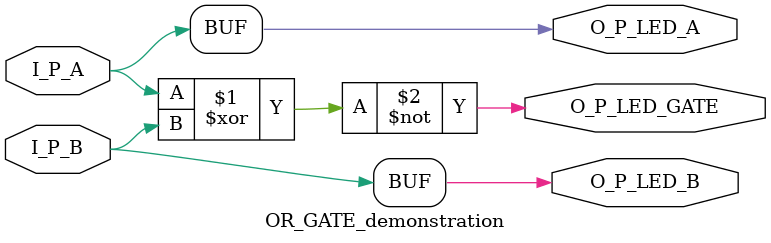
<source format=v>

`timescale 1ns / 1ps


module OR_GATE_demonstration(
    input I_P_A,
    input I_P_B,
    output O_P_LED_A,
    output O_P_LED_B,
    output O_P_LED_GATE
    );
    assign O_P_LED_A = I_P_A;
    assign O_P_LED_B = I_P_B;
    assign O_P_LED_GATE = ~(I_P_A ^ I_P_B);
endmodule
</source>
